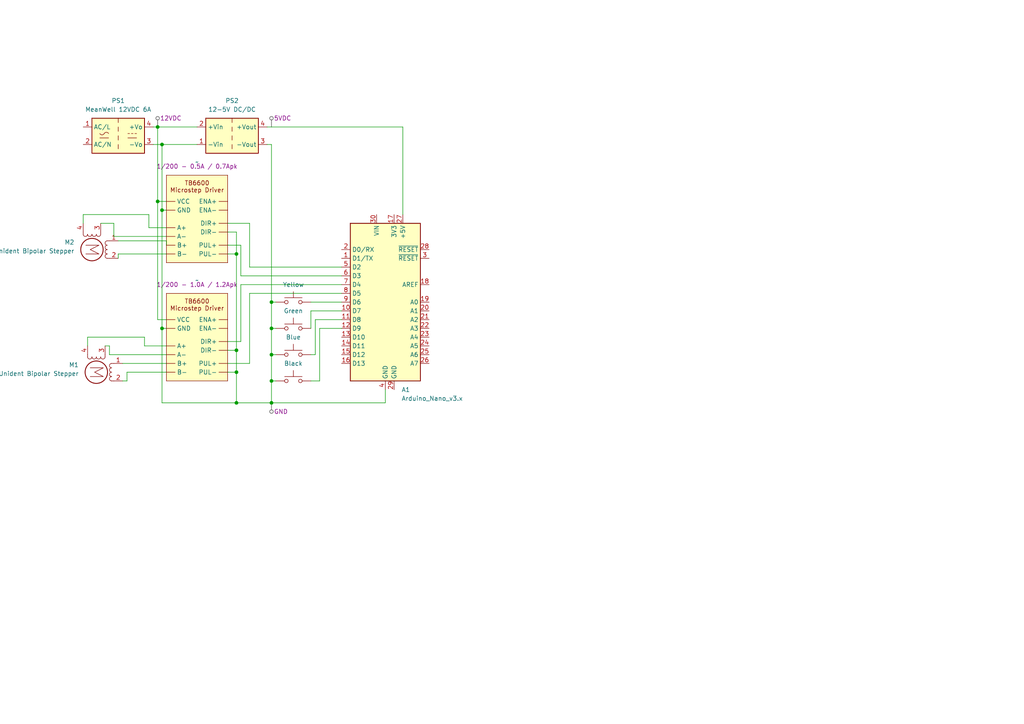
<source format=kicad_sch>
(kicad_sch (version 20250114) (generator "eeschema") (generator_version "9.0")
  (paper "A4")
  (lib_symbols
    (symbol "Converter_ACDC:MFM-15-12"
      (property "Reference" "PS" (at 0 6.35 0))
      (property "Value" "MFM-15-12" (at 0 -6.35 0))
      (symbol "MFM-15-12_0_1"
        (rectangle (start -7.62 5.08) (end 7.62 -5.08) (stroke (width 0.254)) (fill (type background)))
        (polyline (pts (xy -5.334 -0.635) (xy -2.794 -0.635)))
        (arc (start -4.064 0.635) (mid -4.699 0.2495) (end -5.334 0.635))
        (arc (start -4.064 0.635) (mid -3.429 1.0072) (end -2.794 0.635))
        (polyline (pts (xy 0 5.08) (xy 0 3.81)))
        (polyline (pts (xy 0 2.54) (xy 0 1.27)))
        (polyline (pts (xy 0 0) (xy 0 -1.27)))
        (polyline (pts (xy 0 -2.54) (xy 0 -3.81)))
        (polyline (pts (xy 2.794 0.635) (xy 3.302 0.635)))
        (polyline (pts (xy 2.794 -0.635) (xy 5.334 -0.635)))
        (polyline (pts (xy 3.81 0.635) (xy 4.318 0.635)))
        (polyline (pts (xy 4.826 0.635) (xy 5.334 0.635)))
      )
      (symbol "MFM-15-12_1_1"
        (pin power_in line (at -10.16 2.54 0) (length 2.54) (name "AC/L") (number "1"))
        (pin power_in line (at -10.16 -2.54 0) (length 2.54) (name "AC/N") (number "2"))
        (pin power_out line (at 10.16 2.54 180) (length 2.54) (name "+Vo") (number "4"))
        (pin power_out line (at 10.16 -2.54 180) (length 2.54) (name "-Vo") (number "3"))
      )
    )
    (symbol "Converter_DCDC:TMU3-1211"
      (property "Reference" "U" (at -6.35 6.35 0))
      (property "Value" "TMU3-1211" (at 2.54 6.35 0))
      (symbol "TMU3-1211_0_0"
        (pin power_in line (at -10.16 2.54 0) (length 2.54) (name "+Vin") (number "2"))
        (pin power_in line (at -10.16 -2.54 0) (length 2.54) (name "-Vin") (number "1"))
        (pin power_out line (at 10.16 2.54 180) (length 2.54) (name "+Vout") (number "4"))
        (pin power_out line (at 10.16 -2.54 180) (length 2.54) (name "-Vout") (number "3"))
      )
      (symbol "TMU3-1211_0_1"
        (rectangle (start -7.62 5.08) (end 7.62 -5.08) (stroke (width 0.254)) (fill (type background)))
        (polyline (pts (xy 0 5.08) (xy 0 3.81)))
        (polyline (pts (xy 0 2.54) (xy 0 1.27)))
        (polyline (pts (xy 0 0) (xy 0 -1.27)))
        (polyline (pts (xy 0 -2.54) (xy 0 -3.81)))
      )
    )
    (symbol "MCU_Module:Arduino_Nano_v3.x"
      (property "Reference" "A" (at -10.16 23.495 0))
      (property "Value" "Arduino_Nano_v3.x" (at 5.08 -24.13 0))
      (symbol "Arduino_Nano_v3.x_0_1"
        (rectangle (start -10.16 22.86) (end 10.16 -22.86) (stroke (width 0.254)) (fill (type background)))
      )
      (symbol "Arduino_Nano_v3.x_1_1"
        (pin bidirectional line (at -12.7 15.24 0) (length 2.54) (name "D0/RX") (number "2"))
        (pin bidirectional line (at -12.7 12.7 0) (length 2.54) (name "D1/TX") (number "1"))
        (pin bidirectional line (at -12.7 10.16 0) (length 2.54) (name "D2") (number "5"))
        (pin bidirectional line (at -12.7 7.62 0) (length 2.54) (name "D3") (number "6"))
        (pin bidirectional line (at -12.7 5.08 0) (length 2.54) (name "D4") (number "7"))
        (pin bidirectional line (at -12.7 2.54 0) (length 2.54) (name "D5") (number "8"))
        (pin bidirectional line (at -12.7 0 0) (length 2.54) (name "D6") (number "9"))
        (pin bidirectional line (at -12.7 -2.54 0) (length 2.54) (name "D7") (number "10"))
        (pin bidirectional line (at -12.7 -5.08 0) (length 2.54) (name "D8") (number "11"))
        (pin bidirectional line (at -12.7 -7.62 0) (length 2.54) (name "D9") (number "12"))
        (pin bidirectional line (at -12.7 -10.16 0) (length 2.54) (name "D10") (number "13"))
        (pin bidirectional line (at -12.7 -12.7 0) (length 2.54) (name "D11") (number "14"))
        (pin bidirectional line (at -12.7 -15.24 0) (length 2.54) (name "D12") (number "15"))
        (pin bidirectional line (at -12.7 -17.78 0) (length 2.54) (name "D13") (number "16"))
        (pin power_in line (at -2.54 25.4 270) (length 2.54) (name "VIN") (number "30"))
        (pin power_in line (at 0 -25.4 90) (length 2.54) (name "GND") (number "4"))
        (pin power_out line (at 2.54 25.4 270) (length 2.54) (name "3V3") (number "17"))
        (pin power_in line (at 2.54 -25.4 90) (length 2.54) (name "GND") (number "29"))
        (pin power_out line (at 5.08 25.4 270) (length 2.54) (name "+5V") (number "27"))
        (pin input line (at 12.7 15.24 180) (length 2.54) (name "~{RESET}") (number "28"))
        (pin input line (at 12.7 12.7 180) (length 2.54) (name "~{RESET}") (number "3"))
        (pin input line (at 12.7 5.08 180) (length 2.54) (name "AREF") (number "18"))
        (pin bidirectional line (at 12.7 0 180) (length 2.54) (name "A0") (number "19"))
        (pin bidirectional line (at 12.7 -2.54 180) (length 2.54) (name "A1") (number "20"))
        (pin bidirectional line (at 12.7 -5.08 180) (length 2.54) (name "A2") (number "21"))
        (pin bidirectional line (at 12.7 -7.62 180) (length 2.54) (name "A3") (number "22"))
        (pin bidirectional line (at 12.7 -10.16 180) (length 2.54) (name "A4") (number "23"))
        (pin bidirectional line (at 12.7 -12.7 180) (length 2.54) (name "A5") (number "24"))
        (pin bidirectional line (at 12.7 -15.24 180) (length 2.54) (name "A6") (number "25"))
        (pin bidirectional line (at 12.7 -17.78 180) (length 2.54) (name "A7") (number "26"))
      )
    )
    (symbol "Motor:Stepper_Motor_bipolar" (pin_names (offset 0) (hide yes))
      (property "Reference" "M" (at 3.81 2.54 0))
      (property "Value" "Stepper_Motor_bipolar" (at 3.81 1.27 0))
      (symbol "Stepper_Motor_bipolar_0_0"
        (polyline (pts (xy -1.27 -1.778) (xy -1.27 2.032) (xy 0 -0.508) (xy 1.27 2.032) (xy 1.27 -1.778)))
      )
      (symbol "Stepper_Motor_bipolar_0_1"
        (polyline (pts (xy -5.08 2.54) (xy -4.445 2.54)))
        (polyline (pts (xy -5.08 -2.54) (xy -4.445 -2.54)))
        (arc (start -4.445 2.54) (mid -3.8127 1.905) (end -4.445 1.27))
        (arc (start -4.445 1.27) (mid -3.8127 0.635) (end -4.445 0))
        (arc (start -4.445 0) (mid -3.8127 -0.635) (end -4.445 -1.27))
        (arc (start -4.445 -1.27) (mid -3.8127 -1.905) (end -4.445 -2.54))
        (polyline (pts (xy -2.54 5.08) (xy -2.54 4.445)))
        (arc (start -1.27 4.445) (mid -1.905 3.8127) (end -2.54 4.445))
        (arc (start 0 4.445) (mid -0.635 3.8127) (end -1.27 4.445))
        (circle (center 0 0) (radius 3.2512) (stroke (width 0.254)))
        (arc (start 1.27 4.445) (mid 0.635 3.8127) (end 0 4.445))
        (arc (start 2.54 4.445) (mid 1.905 3.8127) (end 1.27 4.445))
        (polyline (pts (xy 2.54 5.08) (xy 2.54 4.445)))
      )
      (symbol "Stepper_Motor_bipolar_1_1"
        (pin passive line (at -7.62 2.54 0) (length 2.54) (name "~") (number "3"))
        (pin passive line (at -7.62 -2.54 0) (length 2.54) (name "~") (number "4"))
        (pin passive line (at -2.54 7.62 270) (length 2.54) (name "~") (number "1"))
        (pin passive line (at 2.54 7.62 270) (length 2.54) (name "-") (number "2"))
      )
    )
    (symbol "Switch:SW_Push" (pin_numbers (hide yes)) (pin_names (offset 1.016) (hide yes))
      (property "Reference" "SW" (at 1.27 2.54 0))
      (property "Value" "SW_Push" (at 0 -1.524 0))
      (symbol "SW_Push_0_1"
        (circle (center -2.032 0) (radius 0.508))
        (polyline (pts (xy 0 1.27) (xy 0 3.048)))
        (circle (center 2.032 0) (radius 0.508))
        (polyline (pts (xy 2.54 1.27) (xy -2.54 1.27)))
        (pin passive line (at -5.08 0 0) (length 2.54) (name "1") (number "1"))
        (pin passive line (at 5.08 0 180) (length 2.54) (name "2") (number "2"))
      )
    )
    (symbol "TB6600_1"
      (symbol "TB6600_1_1_1"
        (rectangle (start -8.89 17.78) (end 8.89 -7.62) (fill (type color) (color 255 255 194 1)))
        (text "TB6600\nMicrostep Driver\n" (at 0 14.478 0) (effects (font (size 1.27 1.27))))
        (pin power_in line (at -8.89 10.16 0) (length 2.54) (name "VCC") (number ""))
        (pin power_in line (at -8.89 7.62 0) (length 2.54) (name "GND") (number ""))
        (pin output line (at -8.89 2.54 0) (length 2.54) (name "A+") (number ""))
        (pin input line (at -8.89 0 0) (length 2.54) (name "A-") (number ""))
        (pin output line (at -8.89 -2.54 0) (length 2.54) (name "B+") (number ""))
        (pin input line (at -8.89 -5.08 0) (length 2.54) (name "B-") (number ""))
        (pin output line (at 8.89 10.16 180) (length 2.54) (name "ENA+") (number ""))
        (pin input line (at 8.89 7.62 180) (length 2.54) (name "ENA-") (number ""))
        (pin output line (at 8.89 3.81 180) (length 2.54) (name "DIR+") (number ""))
        (pin input line (at 8.89 1.27 180) (length 2.54) (name "DIR-") (number ""))
        (pin output line (at 8.89 -2.54 180) (length 2.54) (name "PUL+") (number ""))
        (pin input line (at 8.89 -5.08 180) (length 2.54) (name "PUL-") (number ""))
      )
    )
    (symbol "library:TB6600"
      (property "Value" "~" (at 0 19.05 0))
      (property "Description" "S1" (at 0.254 -9.652 0))
      (symbol "TB6600_1_1"
        (rectangle (start -8.89 17.78) (end 8.89 -7.62) (fill (type color) (color 255 255 194 1)))
        (text "TB6600\nMicrostep Driver\n" (at 0 14.478 0) (effects (font (size 1.27 1.27))))
        (pin power_in line (at -8.89 10.16 0) (length 2.54) (name "VCC") (number ""))
        (pin power_in line (at -8.89 7.62 0) (length 2.54) (name "GND") (number ""))
        (pin output line (at -8.89 2.54 0) (length 2.54) (name "A+") (number ""))
        (pin input line (at -8.89 0 0) (length 2.54) (name "A-") (number ""))
        (pin output line (at -8.89 -2.54 0) (length 2.54) (name "B+") (number ""))
        (pin input line (at -8.89 -5.08 0) (length 2.54) (name "B-") (number ""))
        (pin output line (at 8.89 10.16 180) (length 2.54) (name "ENA+") (number ""))
        (pin input line (at 8.89 7.62 180) (length 2.54) (name "ENA-") (number ""))
        (pin output line (at 8.89 3.81 180) (length 2.54) (name "DIR+") (number ""))
        (pin input line (at 8.89 1.27 180) (length 2.54) (name "DIR-") (number ""))
        (pin output line (at 8.89 -2.54 180) (length 2.54) (name "PUL+") (number ""))
        (pin input line (at 8.89 -5.08 180) (length 2.54) (name "PUL-") (number ""))
      )
    )
  )
  (junction (at 78.74 116.84))
  (junction (at 78.74 110.49))
  (junction (at 46.99 60.96))
  (junction (at 78.74 87.63))
  (junction (at 68.58 101.6))
  (junction (at 46.99 41.91))
  (junction (at 45.72 58.42))
  (junction (at 78.74 102.87))
  (junction (at 45.72 36.83))
  (junction (at 68.58 116.84))
  (junction (at 46.99 95.25))
  (junction (at 68.58 73.66))
  (junction (at 78.74 95.25))
  (junction (at 68.58 107.95))
  (wire (pts (xy 78.74 110.49) (xy 80.01 110.49)))
  (wire (pts (xy 45.72 36.83) (xy 57.15 36.83)))
  (wire (pts (xy 45.72 58.42) (xy 45.72 92.71)))
  (wire (pts (xy 69.85 99.06) (xy 69.85 82.55)))
  (wire (pts (xy 92.71 110.49) (xy 92.71 95.25)))
  (wire (pts (xy 116.84 62.23) (xy 116.84 36.83)))
  (wire (pts (xy 69.85 80.01) (xy 69.85 71.12)))
  (wire (pts (xy 33.02 68.58) (xy 33.02 64.77)))
  (wire (pts (xy 78.74 41.91) (xy 78.74 87.63)))
  (wire (pts (xy 41.91 97.79) (xy 41.91 100.33)))
  (wire (pts (xy 24.13 64.77) (xy 24.13 62.23)))
  (wire (pts (xy 34.29 69.85) (xy 48.26 69.85)))
  (wire (pts (xy 72.39 85.09) (xy 99.06 85.09)))
  (wire (pts (xy 31.75 102.87) (xy 31.75 100.33)))
  (wire (pts (xy 48.26 95.25) (xy 46.99 95.25)))
  (wire (pts (xy 68.58 73.66) (xy 68.58 101.6)))
  (wire (pts (xy 99.06 87.63) (xy 90.17 87.63)))
  (wire (pts (xy 34.29 73.66) (xy 34.29 74.93)))
  (wire (pts (xy 78.74 95.25) (xy 78.74 102.87)))
  (wire (pts (xy 43.18 66.04) (xy 48.26 66.04)))
  (wire (pts (xy 91.44 92.71) (xy 99.06 92.71)))
  (wire (pts (xy 90.17 110.49) (xy 92.71 110.49)))
  (wire (pts (xy 92.71 95.25) (xy 99.06 95.25)))
  (wire (pts (xy 41.91 100.33) (xy 48.26 100.33)))
  (wire (pts (xy 78.74 102.87) (xy 78.74 110.49)))
  (wire (pts (xy 68.58 67.31) (xy 68.58 73.66)))
  (wire (pts (xy 24.13 62.23) (xy 43.18 62.23)))
  (wire (pts (xy 66.04 107.95) (xy 68.58 107.95)))
  (wire (pts (xy 48.26 58.42) (xy 45.72 58.42)))
  (wire (pts (xy 48.26 102.87) (xy 31.75 102.87)))
  (wire (pts (xy 66.04 99.06) (xy 69.85 99.06)))
  (wire (pts (xy 78.74 95.25) (xy 80.01 95.25)))
  (wire (pts (xy 68.58 107.95) (xy 68.58 116.84)))
  (wire (pts (xy 46.99 41.91) (xy 57.15 41.91)))
  (wire (pts (xy 72.39 85.09) (xy 72.39 105.41)))
  (wire (pts (xy 68.58 101.6) (xy 68.58 107.95)))
  (wire (pts (xy 48.26 73.66) (xy 34.29 73.66)))
  (wire (pts (xy 68.58 116.84) (xy 78.74 116.84)))
  (wire (pts (xy 66.04 73.66) (xy 68.58 73.66)))
  (wire (pts (xy 78.74 87.63) (xy 78.74 95.25)))
  (wire (pts (xy 66.04 101.6) (xy 68.58 101.6)))
  (wire (pts (xy 72.39 77.47) (xy 99.06 77.47)))
  (wire (pts (xy 78.74 110.49) (xy 78.74 116.84)))
  (wire (pts (xy 69.85 71.12) (xy 66.04 71.12)))
  (wire (pts (xy 46.99 95.25) (xy 46.99 116.84)))
  (wire (pts (xy 44.45 41.91) (xy 46.99 41.91)))
  (wire (pts (xy 48.26 60.96) (xy 46.99 60.96)))
  (wire (pts (xy 35.56 105.41) (xy 48.26 105.41)))
  (wire (pts (xy 78.74 116.84) (xy 111.76 116.84)))
  (wire (pts (xy 91.44 102.87) (xy 91.44 92.71)))
  (wire (pts (xy 66.04 64.77) (xy 72.39 64.77)))
  (wire (pts (xy 44.45 36.83) (xy 45.72 36.83)))
  (wire (pts (xy 36.83 110.49) (xy 35.56 110.49)))
  (wire (pts (xy 111.76 116.84) (xy 111.76 113.03)))
  (wire (pts (xy 78.74 41.91) (xy 77.47 41.91)))
  (wire (pts (xy 36.83 107.95) (xy 36.83 110.49)))
  (wire (pts (xy 66.04 67.31) (xy 68.58 67.31)))
  (wire (pts (xy 33.02 64.77) (xy 29.21 64.77)))
  (wire (pts (xy 43.18 62.23) (xy 43.18 66.04)))
  (wire (pts (xy 45.72 92.71) (xy 48.26 92.71)))
  (wire (pts (xy 46.99 116.84) (xy 68.58 116.84)))
  (wire (pts (xy 99.06 90.17) (xy 90.17 90.17)))
  (wire (pts (xy 69.85 82.55) (xy 99.06 82.55)))
  (wire (pts (xy 25.4 97.79) (xy 41.91 97.79)))
  (wire (pts (xy 99.06 80.01) (xy 69.85 80.01)))
  (wire (pts (xy 66.04 105.41) (xy 72.39 105.41)))
  (wire (pts (xy 48.26 69.85) (xy 48.26 71.12)))
  (wire (pts (xy 90.17 90.17) (xy 90.17 95.25)))
  (wire (pts (xy 72.39 64.77) (xy 72.39 77.47)))
  (wire (pts (xy 30.48 100.33) (xy 31.75 100.33)))
  (wire (pts (xy 48.26 68.58) (xy 33.02 68.58)))
  (wire (pts (xy 25.4 100.33) (xy 25.4 97.79)))
  (wire (pts (xy 90.17 102.87) (xy 91.44 102.87)))
  (wire (pts (xy 78.74 102.87) (xy 80.01 102.87)))
  (wire (pts (xy 46.99 60.96) (xy 46.99 95.25)))
  (wire (pts (xy 77.47 36.83) (xy 116.84 36.83)))
  (wire (pts (xy 78.74 87.63) (xy 80.01 87.63)))
  (wire (pts (xy 48.26 107.95) (xy 36.83 107.95)))
  (wire (pts (xy 45.72 36.83) (xy 45.72 58.42)))
  (wire (pts (xy 46.99 41.91) (xy 46.99 60.96)))
  (netclass_flag "" (length 2.54) (shape round) (at 78.74 36.83 0) (property "Netclass" "5VDC" (at 79.4385 34.29 0) (effects (justify left))))
  (netclass_flag "" (length 2.54) (shape round) (at 45.72 36.83 0) (property "Netclass" "12VDC" (at 46.4185 34.29 0) (effects (justify left))))
  (netclass_flag "" (length 2.54) (shape round) (at 78.74 116.84 180) (property "Netclass" "GND" (at 79.4385 119.38 0) (effects (justify left))))
  (symbol (lib_id "Switch:SW_Push") (at 85.09 87.63 0) (unit 1)
    (property "Reference" "SW1" (effects (hide yes)))
    (property "Value" "Yellow" (at 85.09 82.55 0))
    (property "Description" "Push button switch, generic, two pins" (effects (hide yes)))
  )
  (symbol (lib_id "Switch:SW_Push") (at 85.09 95.25 0) (unit 1)
    (property "Reference" "SW2" (effects (hide yes)))
    (property "Value" "Green" (at 85.09 90.17 0))
    (property "Description" "Push button switch, generic, two pins" (effects (hide yes)))
  )
  (symbol (lib_id "Motor:Stepper_Motor_bipolar") (at 26.67 72.39 270) (unit 1)
    (property "Reference" "M2" (at 21.59 70.269 90) (effects (justify right)))
    (property "Value" "Smallr Unident Bipolar Stepper" (at 21.59 72.809 90) (effects (justify right)))
    (property "Datasheet" "http://www.infineon.com/dgdl/Application-Note-TLE8110EE_driving_UniPolarStepperMotor_V1.1.pdf?fileId=db3a30431be39b97011be5d0aa0a00b0" (effects (hide yes)))
    (property "Description" "4-wire bipolar stepper motor" (effects (hide yes)))
  )
  (symbol (lib_id "Switch:SW_Push") (at 85.09 102.87 0) (unit 1)
    (property "Reference" "SW3" (effects (hide yes)))
    (property "Value" "Blue" (at 85.09 97.79 0))
    (property "Description" "Push button switch, generic, two pins" (effects (hide yes)))
  )
  (symbol (lib_id "Converter_ACDC:MFM-15-12") (at 34.29 39.37 0) (unit 1)
    (property "Reference" "PS1" (at 34.29 29.21 0))
    (property "Value" "MeanWell 12VDC 6A" (at 34.29 31.75 0))
    (property "Footprint" "Converter_ACDC:Converter_ACDC_MeanWell_MFM-15-xx_THT" (effects (hide yes)))
    (property "Datasheet" "https://www.meanwell.com/Upload/PDF/MFM-15/MFM-15-SPEC.PDF" (effects (hide yes)))
    (property "Description" "Meanwell AC/DC converter, 80-264VAC, output 12V, 15 watts" (effects (hide yes)))
  )
  (symbol (lib_id "library:TB6600") (at 57.15 68.58 0) (unit 1)
    (property "Reference" "SD1" (effects (hide yes)))
    (property "Value" "~" (at 57.15 46.99 0))
    (property "Description" "1/200 - 0.5A / 0.7Apk" (at 57.15 48.26 0))
  )
  (symbol (lib_id "MCU_Module:Arduino_Nano_v3.x") (at 111.76 87.63 0) (unit 1)
    (property "Reference" "A1" (at 116.4433 113.03 0) (effects (justify left)))
    (property "Value" "Arduino_Nano_v3.x" (at 116.4433 115.57 0) (effects (justify left)))
    (property "Footprint" "Module:Arduino_Nano" (effects (hide yes)))
    (property "Datasheet" "http://www.mouser.com/pdfdocs/Gravitech_Arduino_Nano3_0.pdf" (effects (hide yes)))
    (property "Description" "Arduino Nano v3.x" (effects (hide yes)))
  )
  (symbol (lib_id "Motor:Stepper_Motor_bipolar") (at 27.94 107.95 270) (unit 1)
    (property "Reference" "M1" (at 22.86 105.829 90) (effects (justify right)))
    (property "Value" "Larger Unident Bipolar Stepper" (at 22.86 108.369 90) (effects (justify right)))
    (property "Datasheet" "http://www.infineon.com/dgdl/Application-Note-TLE8110EE_driving_UniPolarStepperMotor_V1.1.pdf?fileId=db3a30431be39b97011be5d0aa0a00b0" (effects (hide yes)))
    (property "Description" "4-wire bipolar stepper motor" (effects (hide yes)))
  )
  (symbol (lib_id "Converter_DCDC:TMU3-1211") (at 67.31 39.37 0) (unit 1)
    (property "Reference" "PS2" (at 67.31 29.21 0))
    (property "Value" "12-5V DC/DC" (at 67.31 31.75 0))
    (property "Footprint" "Converter_DCDC:Converter_DCDC_TRACO_TMU3-05xx_12xx_THT" (effects (hide yes)))
    (property "Datasheet" "https://www.tracopower.com/products/tmu3.pdf" (effects (hide yes)))
    (property "Description" "3W DC/DC converter unregulated, 10.8-13.2V input, 5V output voltage, 600mA output, 1.5kVDC isolation, SIP-4" (effects (hide yes)))
  )
  (symbol (lib_id "Switch:SW_Push") (at 85.09 110.49 0) (unit 1)
    (property "Reference" "SW4" (effects (hide yes)))
    (property "Value" "Black" (at 85.09 105.41 0))
    (property "Description" "Push button switch, generic, two pins" (effects (hide yes)))
  )
  (symbol (lib_name "TB6600_1") (lib_id "library:TB6600") (at 57.15 102.87 0) (unit 1)
    (property "Reference" "SD2" (effects (hide yes)))
    (property "Value" "~" (at 57.15 81.28 0))
    (property "Description" "1/200 - 1.0A / 1.2Apk" (at 57.15 82.55 0))
  )
)
</source>
